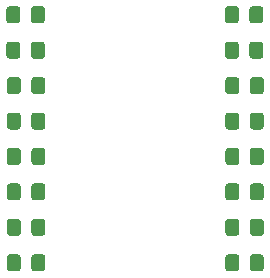
<source format=gbr>
G04 #@! TF.GenerationSoftware,KiCad,Pcbnew,5.1.10*
G04 #@! TF.CreationDate,2021-09-23T13:58:25+02:00*
G04 #@! TF.ProjectId,char-panel,63686172-2d70-4616-9e65-6c2e6b696361,rev?*
G04 #@! TF.SameCoordinates,Original*
G04 #@! TF.FileFunction,Paste,Bot*
G04 #@! TF.FilePolarity,Positive*
%FSLAX46Y46*%
G04 Gerber Fmt 4.6, Leading zero omitted, Abs format (unit mm)*
G04 Created by KiCad (PCBNEW 5.1.10) date 2021-09-23 13:58:25*
%MOMM*%
%LPD*%
G01*
G04 APERTURE LIST*
G04 APERTURE END LIST*
G04 #@! TO.C,C1*
G36*
G01*
X77875010Y-58775001D02*
X77875010Y-59725001D01*
G75*
G02*
X77625010Y-59975001I-250000J0D01*
G01*
X76950010Y-59975001D01*
G75*
G02*
X76700010Y-59725001I0J250000D01*
G01*
X76700010Y-58775001D01*
G75*
G02*
X76950010Y-58525001I250000J0D01*
G01*
X77625010Y-58525001D01*
G75*
G02*
X77875010Y-58775001I0J-250000D01*
G01*
G37*
G36*
G01*
X75800010Y-58775001D02*
X75800010Y-59725001D01*
G75*
G02*
X75550010Y-59975001I-250000J0D01*
G01*
X74875010Y-59975001D01*
G75*
G02*
X74625010Y-59725001I0J250000D01*
G01*
X74625010Y-58775001D01*
G75*
G02*
X74875010Y-58525001I250000J0D01*
G01*
X75550010Y-58525001D01*
G75*
G02*
X75800010Y-58775001I0J-250000D01*
G01*
G37*
G04 #@! TD*
G04 #@! TO.C,C2*
G36*
G01*
X77875010Y-61775001D02*
X77875010Y-62725001D01*
G75*
G02*
X77625010Y-62975001I-250000J0D01*
G01*
X76950010Y-62975001D01*
G75*
G02*
X76700010Y-62725001I0J250000D01*
G01*
X76700010Y-61775001D01*
G75*
G02*
X76950010Y-61525001I250000J0D01*
G01*
X77625010Y-61525001D01*
G75*
G02*
X77875010Y-61775001I0J-250000D01*
G01*
G37*
G36*
G01*
X75800010Y-61775001D02*
X75800010Y-62725001D01*
G75*
G02*
X75550010Y-62975001I-250000J0D01*
G01*
X74875010Y-62975001D01*
G75*
G02*
X74625010Y-62725001I0J250000D01*
G01*
X74625010Y-61775001D01*
G75*
G02*
X74875010Y-61525001I250000J0D01*
G01*
X75550010Y-61525001D01*
G75*
G02*
X75800010Y-61775001I0J-250000D01*
G01*
G37*
G04 #@! TD*
G04 #@! TO.C,C3*
G36*
G01*
X77912510Y-64775001D02*
X77912510Y-65725001D01*
G75*
G02*
X77662510Y-65975001I-250000J0D01*
G01*
X76987510Y-65975001D01*
G75*
G02*
X76737510Y-65725001I0J250000D01*
G01*
X76737510Y-64775001D01*
G75*
G02*
X76987510Y-64525001I250000J0D01*
G01*
X77662510Y-64525001D01*
G75*
G02*
X77912510Y-64775001I0J-250000D01*
G01*
G37*
G36*
G01*
X75837510Y-64775001D02*
X75837510Y-65725001D01*
G75*
G02*
X75587510Y-65975001I-250000J0D01*
G01*
X74912510Y-65975001D01*
G75*
G02*
X74662510Y-65725001I0J250000D01*
G01*
X74662510Y-64775001D01*
G75*
G02*
X74912510Y-64525001I250000J0D01*
G01*
X75587510Y-64525001D01*
G75*
G02*
X75837510Y-64775001I0J-250000D01*
G01*
G37*
G04 #@! TD*
G04 #@! TO.C,C4*
G36*
G01*
X77912510Y-67775001D02*
X77912510Y-68725001D01*
G75*
G02*
X77662510Y-68975001I-250000J0D01*
G01*
X76987510Y-68975001D01*
G75*
G02*
X76737510Y-68725001I0J250000D01*
G01*
X76737510Y-67775001D01*
G75*
G02*
X76987510Y-67525001I250000J0D01*
G01*
X77662510Y-67525001D01*
G75*
G02*
X77912510Y-67775001I0J-250000D01*
G01*
G37*
G36*
G01*
X75837510Y-67775001D02*
X75837510Y-68725001D01*
G75*
G02*
X75587510Y-68975001I-250000J0D01*
G01*
X74912510Y-68975001D01*
G75*
G02*
X74662510Y-68725001I0J250000D01*
G01*
X74662510Y-67775001D01*
G75*
G02*
X74912510Y-67525001I250000J0D01*
G01*
X75587510Y-67525001D01*
G75*
G02*
X75837510Y-67775001I0J-250000D01*
G01*
G37*
G04 #@! TD*
G04 #@! TO.C,C5*
G36*
G01*
X77912510Y-70775001D02*
X77912510Y-71725001D01*
G75*
G02*
X77662510Y-71975001I-250000J0D01*
G01*
X76987510Y-71975001D01*
G75*
G02*
X76737510Y-71725001I0J250000D01*
G01*
X76737510Y-70775001D01*
G75*
G02*
X76987510Y-70525001I250000J0D01*
G01*
X77662510Y-70525001D01*
G75*
G02*
X77912510Y-70775001I0J-250000D01*
G01*
G37*
G36*
G01*
X75837510Y-70775001D02*
X75837510Y-71725001D01*
G75*
G02*
X75587510Y-71975001I-250000J0D01*
G01*
X74912510Y-71975001D01*
G75*
G02*
X74662510Y-71725001I0J250000D01*
G01*
X74662510Y-70775001D01*
G75*
G02*
X74912510Y-70525001I250000J0D01*
G01*
X75587510Y-70525001D01*
G75*
G02*
X75837510Y-70775001I0J-250000D01*
G01*
G37*
G04 #@! TD*
G04 #@! TO.C,C6*
G36*
G01*
X77912510Y-73775001D02*
X77912510Y-74725001D01*
G75*
G02*
X77662510Y-74975001I-250000J0D01*
G01*
X76987510Y-74975001D01*
G75*
G02*
X76737510Y-74725001I0J250000D01*
G01*
X76737510Y-73775001D01*
G75*
G02*
X76987510Y-73525001I250000J0D01*
G01*
X77662510Y-73525001D01*
G75*
G02*
X77912510Y-73775001I0J-250000D01*
G01*
G37*
G36*
G01*
X75837510Y-73775001D02*
X75837510Y-74725001D01*
G75*
G02*
X75587510Y-74975001I-250000J0D01*
G01*
X74912510Y-74975001D01*
G75*
G02*
X74662510Y-74725001I0J250000D01*
G01*
X74662510Y-73775001D01*
G75*
G02*
X74912510Y-73525001I250000J0D01*
G01*
X75587510Y-73525001D01*
G75*
G02*
X75837510Y-73775001I0J-250000D01*
G01*
G37*
G04 #@! TD*
G04 #@! TO.C,C7*
G36*
G01*
X77912510Y-76775001D02*
X77912510Y-77725001D01*
G75*
G02*
X77662510Y-77975001I-250000J0D01*
G01*
X76987510Y-77975001D01*
G75*
G02*
X76737510Y-77725001I0J250000D01*
G01*
X76737510Y-76775001D01*
G75*
G02*
X76987510Y-76525001I250000J0D01*
G01*
X77662510Y-76525001D01*
G75*
G02*
X77912510Y-76775001I0J-250000D01*
G01*
G37*
G36*
G01*
X75837510Y-76775001D02*
X75837510Y-77725001D01*
G75*
G02*
X75587510Y-77975001I-250000J0D01*
G01*
X74912510Y-77975001D01*
G75*
G02*
X74662510Y-77725001I0J250000D01*
G01*
X74662510Y-76775001D01*
G75*
G02*
X74912510Y-76525001I250000J0D01*
G01*
X75587510Y-76525001D01*
G75*
G02*
X75837510Y-76775001I0J-250000D01*
G01*
G37*
G04 #@! TD*
G04 #@! TO.C,C8*
G36*
G01*
X77912510Y-79775001D02*
X77912510Y-80725001D01*
G75*
G02*
X77662510Y-80975001I-250000J0D01*
G01*
X76987510Y-80975001D01*
G75*
G02*
X76737510Y-80725001I0J250000D01*
G01*
X76737510Y-79775001D01*
G75*
G02*
X76987510Y-79525001I250000J0D01*
G01*
X77662510Y-79525001D01*
G75*
G02*
X77912510Y-79775001I0J-250000D01*
G01*
G37*
G36*
G01*
X75837510Y-79775001D02*
X75837510Y-80725001D01*
G75*
G02*
X75587510Y-80975001I-250000J0D01*
G01*
X74912510Y-80975001D01*
G75*
G02*
X74662510Y-80725001I0J250000D01*
G01*
X74662510Y-79775001D01*
G75*
G02*
X74912510Y-79525001I250000J0D01*
G01*
X75587510Y-79525001D01*
G75*
G02*
X75837510Y-79775001I0J-250000D01*
G01*
G37*
G04 #@! TD*
G04 #@! TO.C,C1*
G36*
G01*
X59375001Y-58775001D02*
X59375001Y-59725001D01*
G75*
G02*
X59125001Y-59975001I-250000J0D01*
G01*
X58450001Y-59975001D01*
G75*
G02*
X58200001Y-59725001I0J250000D01*
G01*
X58200001Y-58775001D01*
G75*
G02*
X58450001Y-58525001I250000J0D01*
G01*
X59125001Y-58525001D01*
G75*
G02*
X59375001Y-58775001I0J-250000D01*
G01*
G37*
G36*
G01*
X57300001Y-58775001D02*
X57300001Y-59725001D01*
G75*
G02*
X57050001Y-59975001I-250000J0D01*
G01*
X56375001Y-59975001D01*
G75*
G02*
X56125001Y-59725001I0J250000D01*
G01*
X56125001Y-58775001D01*
G75*
G02*
X56375001Y-58525001I250000J0D01*
G01*
X57050001Y-58525001D01*
G75*
G02*
X57300001Y-58775001I0J-250000D01*
G01*
G37*
G04 #@! TD*
G04 #@! TO.C,C2*
G36*
G01*
X59375001Y-61775001D02*
X59375001Y-62725001D01*
G75*
G02*
X59125001Y-62975001I-250000J0D01*
G01*
X58450001Y-62975001D01*
G75*
G02*
X58200001Y-62725001I0J250000D01*
G01*
X58200001Y-61775001D01*
G75*
G02*
X58450001Y-61525001I250000J0D01*
G01*
X59125001Y-61525001D01*
G75*
G02*
X59375001Y-61775001I0J-250000D01*
G01*
G37*
G36*
G01*
X57300001Y-61775001D02*
X57300001Y-62725001D01*
G75*
G02*
X57050001Y-62975001I-250000J0D01*
G01*
X56375001Y-62975001D01*
G75*
G02*
X56125001Y-62725001I0J250000D01*
G01*
X56125001Y-61775001D01*
G75*
G02*
X56375001Y-61525001I250000J0D01*
G01*
X57050001Y-61525001D01*
G75*
G02*
X57300001Y-61775001I0J-250000D01*
G01*
G37*
G04 #@! TD*
G04 #@! TO.C,C3*
G36*
G01*
X59412501Y-64775001D02*
X59412501Y-65725001D01*
G75*
G02*
X59162501Y-65975001I-250000J0D01*
G01*
X58487501Y-65975001D01*
G75*
G02*
X58237501Y-65725001I0J250000D01*
G01*
X58237501Y-64775001D01*
G75*
G02*
X58487501Y-64525001I250000J0D01*
G01*
X59162501Y-64525001D01*
G75*
G02*
X59412501Y-64775001I0J-250000D01*
G01*
G37*
G36*
G01*
X57337501Y-64775001D02*
X57337501Y-65725001D01*
G75*
G02*
X57087501Y-65975001I-250000J0D01*
G01*
X56412501Y-65975001D01*
G75*
G02*
X56162501Y-65725001I0J250000D01*
G01*
X56162501Y-64775001D01*
G75*
G02*
X56412501Y-64525001I250000J0D01*
G01*
X57087501Y-64525001D01*
G75*
G02*
X57337501Y-64775001I0J-250000D01*
G01*
G37*
G04 #@! TD*
G04 #@! TO.C,C4*
G36*
G01*
X59412501Y-67775001D02*
X59412501Y-68725001D01*
G75*
G02*
X59162501Y-68975001I-250000J0D01*
G01*
X58487501Y-68975001D01*
G75*
G02*
X58237501Y-68725001I0J250000D01*
G01*
X58237501Y-67775001D01*
G75*
G02*
X58487501Y-67525001I250000J0D01*
G01*
X59162501Y-67525001D01*
G75*
G02*
X59412501Y-67775001I0J-250000D01*
G01*
G37*
G36*
G01*
X57337501Y-67775001D02*
X57337501Y-68725001D01*
G75*
G02*
X57087501Y-68975001I-250000J0D01*
G01*
X56412501Y-68975001D01*
G75*
G02*
X56162501Y-68725001I0J250000D01*
G01*
X56162501Y-67775001D01*
G75*
G02*
X56412501Y-67525001I250000J0D01*
G01*
X57087501Y-67525001D01*
G75*
G02*
X57337501Y-67775001I0J-250000D01*
G01*
G37*
G04 #@! TD*
G04 #@! TO.C,C5*
G36*
G01*
X59412501Y-70775001D02*
X59412501Y-71725001D01*
G75*
G02*
X59162501Y-71975001I-250000J0D01*
G01*
X58487501Y-71975001D01*
G75*
G02*
X58237501Y-71725001I0J250000D01*
G01*
X58237501Y-70775001D01*
G75*
G02*
X58487501Y-70525001I250000J0D01*
G01*
X59162501Y-70525001D01*
G75*
G02*
X59412501Y-70775001I0J-250000D01*
G01*
G37*
G36*
G01*
X57337501Y-70775001D02*
X57337501Y-71725001D01*
G75*
G02*
X57087501Y-71975001I-250000J0D01*
G01*
X56412501Y-71975001D01*
G75*
G02*
X56162501Y-71725001I0J250000D01*
G01*
X56162501Y-70775001D01*
G75*
G02*
X56412501Y-70525001I250000J0D01*
G01*
X57087501Y-70525001D01*
G75*
G02*
X57337501Y-70775001I0J-250000D01*
G01*
G37*
G04 #@! TD*
G04 #@! TO.C,C6*
G36*
G01*
X59412501Y-73775001D02*
X59412501Y-74725001D01*
G75*
G02*
X59162501Y-74975001I-250000J0D01*
G01*
X58487501Y-74975001D01*
G75*
G02*
X58237501Y-74725001I0J250000D01*
G01*
X58237501Y-73775001D01*
G75*
G02*
X58487501Y-73525001I250000J0D01*
G01*
X59162501Y-73525001D01*
G75*
G02*
X59412501Y-73775001I0J-250000D01*
G01*
G37*
G36*
G01*
X57337501Y-73775001D02*
X57337501Y-74725001D01*
G75*
G02*
X57087501Y-74975001I-250000J0D01*
G01*
X56412501Y-74975001D01*
G75*
G02*
X56162501Y-74725001I0J250000D01*
G01*
X56162501Y-73775001D01*
G75*
G02*
X56412501Y-73525001I250000J0D01*
G01*
X57087501Y-73525001D01*
G75*
G02*
X57337501Y-73775001I0J-250000D01*
G01*
G37*
G04 #@! TD*
G04 #@! TO.C,C7*
G36*
G01*
X59412501Y-76775001D02*
X59412501Y-77725001D01*
G75*
G02*
X59162501Y-77975001I-250000J0D01*
G01*
X58487501Y-77975001D01*
G75*
G02*
X58237501Y-77725001I0J250000D01*
G01*
X58237501Y-76775001D01*
G75*
G02*
X58487501Y-76525001I250000J0D01*
G01*
X59162501Y-76525001D01*
G75*
G02*
X59412501Y-76775001I0J-250000D01*
G01*
G37*
G36*
G01*
X57337501Y-76775001D02*
X57337501Y-77725001D01*
G75*
G02*
X57087501Y-77975001I-250000J0D01*
G01*
X56412501Y-77975001D01*
G75*
G02*
X56162501Y-77725001I0J250000D01*
G01*
X56162501Y-76775001D01*
G75*
G02*
X56412501Y-76525001I250000J0D01*
G01*
X57087501Y-76525001D01*
G75*
G02*
X57337501Y-76775001I0J-250000D01*
G01*
G37*
G04 #@! TD*
G04 #@! TO.C,C8*
G36*
G01*
X59412501Y-79775001D02*
X59412501Y-80725001D01*
G75*
G02*
X59162501Y-80975001I-250000J0D01*
G01*
X58487501Y-80975001D01*
G75*
G02*
X58237501Y-80725001I0J250000D01*
G01*
X58237501Y-79775001D01*
G75*
G02*
X58487501Y-79525001I250000J0D01*
G01*
X59162501Y-79525001D01*
G75*
G02*
X59412501Y-79775001I0J-250000D01*
G01*
G37*
G36*
G01*
X57337501Y-79775001D02*
X57337501Y-80725001D01*
G75*
G02*
X57087501Y-80975001I-250000J0D01*
G01*
X56412501Y-80975001D01*
G75*
G02*
X56162501Y-80725001I0J250000D01*
G01*
X56162501Y-79775001D01*
G75*
G02*
X56412501Y-79525001I250000J0D01*
G01*
X57087501Y-79525001D01*
G75*
G02*
X57337501Y-79775001I0J-250000D01*
G01*
G37*
G04 #@! TD*
M02*

</source>
